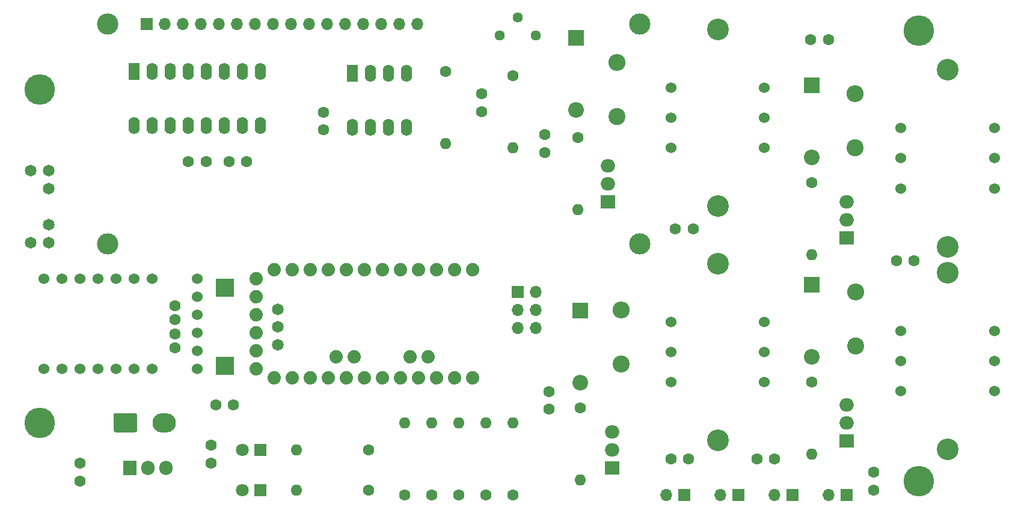
<source format=gbr>
%TF.GenerationSoftware,KiCad,Pcbnew,5.1.10-88a1d61d58~88~ubuntu18.04.1*%
%TF.CreationDate,2021-10-25T10:41:03-04:00*%
%TF.ProjectId,mctens,6d637465-6e73-42e6-9b69-6361645f7063,rev?*%
%TF.SameCoordinates,Original*%
%TF.FileFunction,Soldermask,Top*%
%TF.FilePolarity,Negative*%
%FSLAX46Y46*%
G04 Gerber Fmt 4.6, Leading zero omitted, Abs format (unit mm)*
G04 Created by KiCad (PCBNEW 5.1.10-88a1d61d58~88~ubuntu18.04.1) date 2021-10-25 10:41:03*
%MOMM*%
%LPD*%
G01*
G04 APERTURE LIST*
%ADD10C,1.524000*%
%ADD11C,3.048000*%
%ADD12C,3.000000*%
%ADD13R,1.700000X1.700000*%
%ADD14O,1.700000X1.700000*%
%ADD15C,1.651000*%
%ADD16R,2.500000X2.500000*%
%ADD17C,1.650000*%
%ADD18C,1.600000*%
%ADD19C,1.879600*%
%ADD20O,2.400000X2.400000*%
%ADD21C,2.400000*%
%ADD22O,2.200000X2.200000*%
%ADD23R,2.200000X2.200000*%
%ADD24R,1.800000X1.800000*%
%ADD25C,1.800000*%
%ADD26O,3.300000X2.700000*%
%ADD27O,2.000000X1.905000*%
%ADD28R,2.000000X1.905000*%
%ADD29O,1.600000X1.600000*%
%ADD30C,1.440000*%
%ADD31R,1.905000X2.000000*%
%ADD32O,1.905000X2.000000*%
%ADD33R,1.600000X2.400000*%
%ADD34O,1.600000X2.400000*%
%ADD35C,4.300000*%
G04 APERTURE END LIST*
D10*
%TO.C,T1*%
X158750000Y-85725000D03*
X158750000Y-81470500D03*
X158750000Y-77216000D03*
X171881800Y-77216000D03*
X171881800Y-81470500D03*
X171881800Y-85725000D03*
D11*
X165328600Y-93929200D03*
X165328600Y-69011800D03*
%TD*%
D10*
%TO.C,T2*%
X126365000Y-84455000D03*
X126365000Y-80200500D03*
X126365000Y-75946000D03*
X139496800Y-75946000D03*
X139496800Y-80200500D03*
X139496800Y-84455000D03*
D11*
X132943600Y-92659200D03*
X132943600Y-67741800D03*
%TD*%
D10*
%TO.C,T3*%
X158750000Y-57150000D03*
X158750000Y-52895500D03*
X158750000Y-48641000D03*
X171881800Y-48641000D03*
X171881800Y-52895500D03*
X171881800Y-57150000D03*
D11*
X165328600Y-65354200D03*
X165328600Y-40436800D03*
%TD*%
D10*
%TO.C,T4*%
X126365000Y-51435000D03*
X126365000Y-47180500D03*
X126365000Y-42926000D03*
X139496800Y-42926000D03*
X139496800Y-47180500D03*
X139496800Y-51435000D03*
D11*
X132943600Y-59639200D03*
X132943600Y-34721800D03*
%TD*%
D12*
%TO.C,J6*%
X122000000Y-33995000D03*
X122000000Y-64995000D03*
X47000000Y-64995000D03*
X47000000Y-33995000D03*
D13*
X52500000Y-33995000D03*
D14*
X55040000Y-33995000D03*
X57580000Y-33995000D03*
X60120000Y-33995000D03*
X62660000Y-33995000D03*
X65200000Y-33995000D03*
X67740000Y-33995000D03*
X70280000Y-33995000D03*
X72820000Y-33995000D03*
X75360000Y-33995000D03*
X77900000Y-33995000D03*
X80440000Y-33995000D03*
X82980000Y-33995000D03*
X85520000Y-33995000D03*
X88060000Y-33995000D03*
X90600000Y-33995000D03*
%TD*%
D15*
%TO.C,SW1*%
X36195000Y-54610000D03*
X38735000Y-54610000D03*
X36195000Y-64770000D03*
X38735000Y-64770000D03*
X38735000Y-57150000D03*
X38735000Y-62230000D03*
%TD*%
D16*
%TO.C,SW2*%
X63515000Y-71160000D03*
X63515000Y-82160000D03*
D17*
X71015000Y-74160000D03*
X71015000Y-79160000D03*
X71015000Y-76660000D03*
D18*
X56515000Y-79660000D03*
X56515000Y-77660000D03*
X56515000Y-75660000D03*
X56515000Y-73660000D03*
%TD*%
D19*
%TO.C,U5*%
X67945000Y-82550000D03*
X67945000Y-80010000D03*
X67945000Y-77470000D03*
X67945000Y-74930000D03*
X67945000Y-72390000D03*
X67945000Y-69850000D03*
X81788000Y-80899000D03*
X79248000Y-80899000D03*
X89662000Y-80899000D03*
X92202000Y-80899000D03*
X70485000Y-83820000D03*
X73025000Y-83820000D03*
X75565000Y-83820000D03*
X78105000Y-83820000D03*
X80645000Y-83820000D03*
X83185000Y-83820000D03*
X85725000Y-83820000D03*
X88265000Y-83820000D03*
X90805000Y-83820000D03*
X93345000Y-83820000D03*
X95885000Y-83820000D03*
X98425000Y-83820000D03*
X98425000Y-68580000D03*
X95885000Y-68580000D03*
X93345000Y-68580000D03*
X90805000Y-68580000D03*
X88265000Y-68580000D03*
X85725000Y-68580000D03*
X83185000Y-68580000D03*
X80645000Y-68580000D03*
X78105000Y-68580000D03*
X75565000Y-68580000D03*
X73025000Y-68580000D03*
X70485000Y-68580000D03*
%TD*%
D20*
%TO.C,R4*%
X152400000Y-71755000D03*
D21*
X152400000Y-79375000D03*
%TD*%
D20*
%TO.C,R5*%
X119380000Y-74295000D03*
D21*
X119380000Y-81915000D03*
%TD*%
D20*
%TO.C,R8*%
X152309000Y-43815000D03*
D21*
X152309000Y-51435000D03*
%TD*%
D20*
%TO.C,R9*%
X118745000Y-39370000D03*
D21*
X118745000Y-46990000D03*
%TD*%
D18*
%TO.C,C1*%
X43180000Y-95885000D03*
X43180000Y-98385000D03*
%TD*%
%TO.C,C2*%
X64770000Y-87630000D03*
X62270000Y-87630000D03*
%TD*%
%TO.C,C3*%
X99695000Y-46315000D03*
X99695000Y-43815000D03*
%TD*%
%TO.C,C4*%
X77470000Y-48895000D03*
X77470000Y-46395000D03*
%TD*%
%TO.C,C5*%
X60920000Y-53340000D03*
X58420000Y-53340000D03*
%TD*%
%TO.C,C6*%
X64135000Y-53340000D03*
X66635000Y-53340000D03*
%TD*%
%TO.C,C7*%
X138470000Y-95250000D03*
X140970000Y-95250000D03*
%TD*%
%TO.C,C8*%
X109220000Y-85765000D03*
X109220000Y-88265000D03*
%TD*%
%TO.C,C9*%
X146050000Y-36195000D03*
X148550000Y-36195000D03*
%TD*%
%TO.C,C10*%
X108585000Y-52070000D03*
X108585000Y-49570000D03*
%TD*%
%TO.C,C11*%
X61595000Y-95845000D03*
X61595000Y-93345000D03*
%TD*%
D22*
%TO.C,D1*%
X146213000Y-80867000D03*
D23*
X146213000Y-70707000D03*
%TD*%
%TO.C,D2*%
X113574000Y-74390000D03*
D22*
X113574000Y-84550000D03*
%TD*%
%TO.C,D3*%
X146213000Y-52800000D03*
D23*
X146213000Y-42640000D03*
%TD*%
%TO.C,D4*%
X113030000Y-35970000D03*
D22*
X113030000Y-46130000D03*
%TD*%
D24*
%TO.C,D5*%
X68580000Y-99695000D03*
D25*
X66040000Y-99695000D03*
%TD*%
%TO.C,D6*%
X66040000Y-93980000D03*
D24*
X68580000Y-93980000D03*
%TD*%
%TO.C,J1*%
G36*
G01*
X48130001Y-88820000D02*
X50929999Y-88820000D01*
G75*
G02*
X51180000Y-89070001I0J-250001D01*
G01*
X51180000Y-91269999D01*
G75*
G02*
X50929999Y-91520000I-250001J0D01*
G01*
X48130001Y-91520000D01*
G75*
G02*
X47880000Y-91269999I0J250001D01*
G01*
X47880000Y-89070001D01*
G75*
G02*
X48130001Y-88820000I250001J0D01*
G01*
G37*
D26*
X55030000Y-90170000D03*
%TD*%
D13*
%TO.C,J2*%
X151130000Y-100330000D03*
D14*
X148590000Y-100330000D03*
%TD*%
D13*
%TO.C,J3*%
X128270000Y-100330000D03*
D14*
X125730000Y-100330000D03*
%TD*%
%TO.C,J4*%
X140970000Y-100330000D03*
D13*
X143510000Y-100330000D03*
%TD*%
D14*
%TO.C,J5*%
X133350000Y-100330000D03*
D13*
X135890000Y-100330000D03*
%TD*%
D27*
%TO.C,Q1*%
X151130000Y-87630000D03*
X151130000Y-90170000D03*
D28*
X151130000Y-92710000D03*
%TD*%
%TO.C,Q2*%
X118110000Y-96520000D03*
D27*
X118110000Y-93980000D03*
X118110000Y-91440000D03*
%TD*%
%TO.C,Q3*%
X151130000Y-59055000D03*
X151130000Y-61595000D03*
D28*
X151130000Y-64135000D03*
%TD*%
%TO.C,Q4*%
X117475000Y-59055000D03*
D27*
X117475000Y-56515000D03*
X117475000Y-53975000D03*
%TD*%
D18*
%TO.C,R1*%
X94615000Y-40640000D03*
D29*
X94615000Y-50800000D03*
%TD*%
D18*
%TO.C,R2*%
X146213000Y-84423000D03*
D29*
X146213000Y-94583000D03*
%TD*%
%TO.C,R3*%
X113574000Y-98266000D03*
D18*
X113574000Y-88106000D03*
%TD*%
%TO.C,R6*%
X146213000Y-56356000D03*
D29*
X146213000Y-66516000D03*
%TD*%
D18*
%TO.C,R7*%
X113230000Y-49970000D03*
D29*
X113230000Y-60130000D03*
%TD*%
%TO.C,R10*%
X73660000Y-99695000D03*
D18*
X83820000Y-99695000D03*
%TD*%
%TO.C,R11*%
X83820000Y-93980000D03*
D29*
X73660000Y-93980000D03*
%TD*%
%TO.C,R12*%
X104140000Y-51435000D03*
D18*
X104140000Y-41275000D03*
%TD*%
D29*
%TO.C,R13*%
X104140000Y-90170000D03*
D18*
X104140000Y-100330000D03*
%TD*%
D29*
%TO.C,R14*%
X100330000Y-90170000D03*
D18*
X100330000Y-100330000D03*
%TD*%
%TO.C,R15*%
X88900000Y-100330000D03*
D29*
X88900000Y-90170000D03*
%TD*%
%TO.C,R16*%
X96520000Y-90170000D03*
D18*
X96520000Y-100330000D03*
%TD*%
%TO.C,R17*%
X92710000Y-100330000D03*
D29*
X92710000Y-90170000D03*
%TD*%
D30*
%TO.C,RV1*%
X102235000Y-35560000D03*
X104775000Y-33020000D03*
X107315000Y-35560000D03*
%TD*%
D31*
%TO.C,U2*%
X50165000Y-96520000D03*
D32*
X52705000Y-96520000D03*
X55245000Y-96520000D03*
%TD*%
D33*
%TO.C,U4*%
X50800000Y-40640000D03*
D34*
X68580000Y-48260000D03*
X53340000Y-40640000D03*
X66040000Y-48260000D03*
X55880000Y-40640000D03*
X63500000Y-48260000D03*
X58420000Y-40640000D03*
X60960000Y-48260000D03*
X60960000Y-40640000D03*
X58420000Y-48260000D03*
X63500000Y-40640000D03*
X55880000Y-48260000D03*
X66040000Y-40640000D03*
X53340000Y-48260000D03*
X68580000Y-40640000D03*
X50800000Y-48260000D03*
%TD*%
D33*
%TO.C,U3*%
X81530000Y-40891000D03*
D34*
X89150000Y-48511000D03*
X84070000Y-40891000D03*
X86610000Y-48511000D03*
X86610000Y-40891000D03*
X84070000Y-48511000D03*
X89150000Y-40891000D03*
X81530000Y-48511000D03*
%TD*%
D35*
%TO.C,H1*%
X161290000Y-34925000D03*
%TD*%
%TO.C,H2*%
X161290000Y-98425000D03*
%TD*%
%TO.C,H3*%
X37465000Y-43180000D03*
%TD*%
%TO.C,H4*%
X37465000Y-90170000D03*
%TD*%
D10*
%TO.C,U1*%
X59690000Y-69850000D03*
X59690000Y-72390000D03*
X59690000Y-74930000D03*
X59690000Y-77470000D03*
X59690000Y-80010000D03*
X59690000Y-82550000D03*
X53340000Y-82550000D03*
X50800000Y-82550000D03*
X48260000Y-82550000D03*
X45720000Y-82550000D03*
X43180000Y-82550000D03*
X40640000Y-82550000D03*
X38100000Y-82550000D03*
X53340000Y-69850000D03*
X50800000Y-69850000D03*
X48260000Y-69850000D03*
X45720000Y-69850000D03*
X43180000Y-69850000D03*
X40640000Y-69850000D03*
X38100000Y-69850000D03*
%TD*%
D13*
%TO.C,J7*%
X104775000Y-71755000D03*
D14*
X107315000Y-71755000D03*
X104775000Y-74295000D03*
X107315000Y-74295000D03*
X104775000Y-76835000D03*
X107315000Y-76835000D03*
%TD*%
D18*
%TO.C,C12*%
X129500000Y-62865000D03*
X127000000Y-62865000D03*
%TD*%
%TO.C,C13*%
X126365000Y-95250000D03*
X128865000Y-95250000D03*
%TD*%
%TO.C,C14*%
X158115000Y-67310000D03*
X160615000Y-67310000D03*
%TD*%
%TO.C,C15*%
X154940000Y-99655000D03*
X154940000Y-97155000D03*
%TD*%
M02*

</source>
